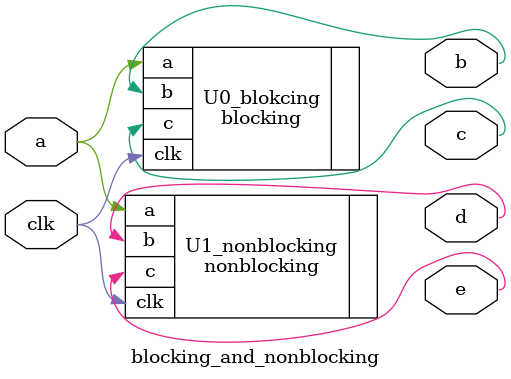
<source format=v>
module blocking_and_nonblocking(clk, a, b, c, d, e);
	input clk;
	input a;
	output b, c, d, e;
	
	blocking U0_blokcing (.clk(clk), .a(a), .b(b), .c(c));
	nonblocking U1_nonblocking (.clk(clk), .a(a), .b(d), .c(e));
	
endmodule


</source>
